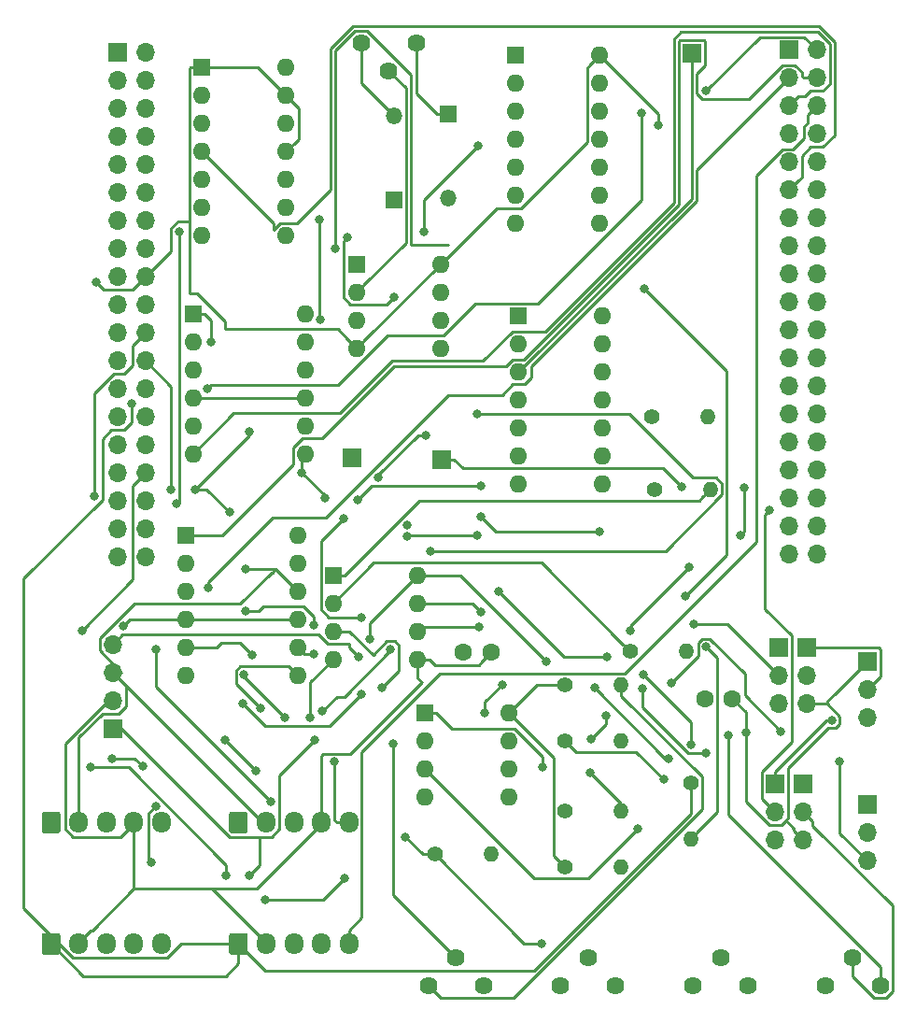
<source format=gbr>
G04 #@! TF.GenerationSoftware,KiCad,Pcbnew,5.0.1*
G04 #@! TF.CreationDate,2019-02-26T15:52:31-05:00*
G04 #@! TF.ProjectId,pongPCB,706F6E675043422E6B696361645F7063,rev?*
G04 #@! TF.SameCoordinates,Original*
G04 #@! TF.FileFunction,Copper,L1,Top,Signal*
G04 #@! TF.FilePolarity,Positive*
%FSLAX46Y46*%
G04 Gerber Fmt 4.6, Leading zero omitted, Abs format (unit mm)*
G04 Created by KiCad (PCBNEW 5.0.1) date Tue 26 Feb 2019 03:52:31 PM EST*
%MOMM*%
%LPD*%
G01*
G04 APERTURE LIST*
G04 #@! TA.AperFunction,ComponentPad*
%ADD10C,1.600000*%
G04 #@! TD*
G04 #@! TA.AperFunction,ComponentPad*
%ADD11O,1.400000X1.400000*%
G04 #@! TD*
G04 #@! TA.AperFunction,ComponentPad*
%ADD12C,1.400000*%
G04 #@! TD*
G04 #@! TA.AperFunction,ComponentPad*
%ADD13C,1.620000*%
G04 #@! TD*
G04 #@! TA.AperFunction,ComponentPad*
%ADD14R,1.600000X1.600000*%
G04 #@! TD*
G04 #@! TA.AperFunction,ComponentPad*
%ADD15O,1.600000X1.600000*%
G04 #@! TD*
G04 #@! TA.AperFunction,ComponentPad*
%ADD16R,1.500000X1.500000*%
G04 #@! TD*
G04 #@! TA.AperFunction,ComponentPad*
%ADD17O,1.500000X1.500000*%
G04 #@! TD*
G04 #@! TA.AperFunction,ComponentPad*
%ADD18R,1.700000X1.700000*%
G04 #@! TD*
G04 #@! TA.AperFunction,ComponentPad*
%ADD19O,1.700000X1.700000*%
G04 #@! TD*
G04 #@! TA.AperFunction,ComponentPad*
%ADD20O,1.700000X1.950000*%
G04 #@! TD*
G04 #@! TA.AperFunction,Conductor*
%ADD21C,0.100000*%
G04 #@! TD*
G04 #@! TA.AperFunction,ComponentPad*
%ADD22C,1.700000*%
G04 #@! TD*
G04 #@! TA.AperFunction,ViaPad*
%ADD23C,0.800000*%
G04 #@! TD*
G04 #@! TA.AperFunction,Conductor*
%ADD24C,0.250000*%
G04 #@! TD*
G04 APERTURE END LIST*
D10*
G04 #@! TO.P,C1,1*
G04 #@! TO.N,Net-(C1-Pad1)*
X161090000Y-118090000D03*
G04 #@! TO.P,C1,2*
G04 #@! TO.N,GND*
X163590000Y-118090000D03*
G04 #@! TD*
G04 #@! TO.P,C2,2*
G04 #@! TO.N,GND*
X141700000Y-113900000D03*
G04 #@! TO.P,C2,1*
G04 #@! TO.N,Net-(C2-Pad1)*
X139200000Y-113900000D03*
G04 #@! TD*
D11*
G04 #@! TO.P,R1,2*
G04 #@! TO.N,Net-(R1-Pad2)*
X141680000Y-132200000D03*
D12*
G04 #@! TO.P,R1,1*
G04 #@! TO.N,Net-(R1-Pad1)*
X136600000Y-132200000D03*
G04 #@! TD*
D11*
G04 #@! TO.P,R2,2*
G04 #@! TO.N,Net-(R2-Pad2)*
X159380000Y-113800000D03*
D12*
G04 #@! TO.P,R2,1*
G04 #@! TO.N,Net-(R2-Pad1)*
X154300000Y-113800000D03*
G04 #@! TD*
G04 #@! TO.P,R3,1*
G04 #@! TO.N,+15V*
X148390000Y-133330000D03*
D11*
G04 #@! TO.P,R3,2*
G04 #@! TO.N,Net-(R3-Pad2)*
X153470000Y-133330000D03*
G04 #@! TD*
G04 #@! TO.P,R4,2*
G04 #@! TO.N,Net-(R4-Pad2)*
X153470000Y-128250000D03*
D12*
G04 #@! TO.P,R4,1*
G04 #@! TO.N,Net-(R4-Pad1)*
X148390000Y-128250000D03*
G04 #@! TD*
G04 #@! TO.P,R5,1*
G04 #@! TO.N,+15V*
X148390000Y-116820000D03*
D11*
G04 #@! TO.P,R5,2*
G04 #@! TO.N,Net-(R5-Pad2)*
X153470000Y-116820000D03*
G04 #@! TD*
D12*
G04 #@! TO.P,R6,1*
G04 #@! TO.N,Net-(R6-Pad1)*
X156500000Y-99100000D03*
D11*
G04 #@! TO.P,R6,2*
G04 #@! TO.N,Net-(R6-Pad2)*
X161580000Y-99100000D03*
G04 #@! TD*
G04 #@! TO.P,R7,2*
G04 #@! TO.N,Net-(R4-Pad1)*
X153470000Y-121900000D03*
D12*
G04 #@! TO.P,R7,1*
G04 #@! TO.N,Net-(J1-Pad3)*
X148390000Y-121900000D03*
G04 #@! TD*
G04 #@! TO.P,R8,1*
G04 #@! TO.N,Net-(J2-Pad3)*
X156300000Y-92500000D03*
D11*
G04 #@! TO.P,R8,2*
G04 #@! TO.N,Net-(R6-Pad1)*
X161380000Y-92500000D03*
G04 #@! TD*
D12*
G04 #@! TO.P,R9,1*
G04 #@! TO.N,+5V*
X159800000Y-125700000D03*
D11*
G04 #@! TO.P,R9,2*
G04 #@! TO.N,Net-(D1-Pad2)*
X159800000Y-130780000D03*
G04 #@! TD*
D13*
G04 #@! TO.P,RV1,3*
G04 #@! TO.N,GND*
X165000000Y-144100000D03*
G04 #@! TO.P,RV1,2*
G04 #@! TO.N,Net-(RV1-Pad2)*
X162500000Y-141600000D03*
G04 #@! TO.P,RV1,1*
G04 #@! TO.N,Net-(R3-Pad2)*
X160000000Y-144100000D03*
G04 #@! TD*
G04 #@! TO.P,RV2,3*
G04 #@! TO.N,GND*
X141000000Y-144100000D03*
G04 #@! TO.P,RV2,2*
G04 #@! TO.N,Net-(RV2-Pad2)*
X138500000Y-141600000D03*
G04 #@! TO.P,RV2,1*
G04 #@! TO.N,Net-(R5-Pad2)*
X136000000Y-144100000D03*
G04 #@! TD*
G04 #@! TO.P,RV3,1*
G04 #@! TO.N,Net-(RV3-Pad1)*
X148000000Y-144100000D03*
G04 #@! TO.P,RV3,2*
G04 #@! TO.N,Net-(R4-Pad2)*
X150500000Y-141600000D03*
G04 #@! TO.P,RV3,3*
G04 #@! TO.N,Net-(R1-Pad1)*
X153000000Y-144100000D03*
G04 #@! TD*
G04 #@! TO.P,RV4,3*
G04 #@! TO.N,Net-(R2-Pad1)*
X177000000Y-144100000D03*
G04 #@! TO.P,RV4,2*
G04 #@! TO.N,Net-(R6-Pad2)*
X174500000Y-141600000D03*
G04 #@! TO.P,RV4,1*
G04 #@! TO.N,Net-(RV4-Pad1)*
X172000000Y-144100000D03*
G04 #@! TD*
G04 #@! TO.P,RV5,1*
G04 #@! TO.N,Net-(D1-Pad1)*
X134900000Y-58700000D03*
G04 #@! TO.P,RV5,2*
G04 #@! TO.N,Net-(C2-Pad1)*
X132400000Y-61200000D03*
G04 #@! TO.P,RV5,3*
G04 #@! TO.N,Net-(D2-Pad2)*
X129900000Y-58700000D03*
G04 #@! TD*
D14*
G04 #@! TO.P,U1,1*
G04 #@! TO.N,+5V*
X115500000Y-60900000D03*
D15*
G04 #@! TO.P,U1,8*
G04 #@! TO.N,/LATCH*
X123120000Y-76140000D03*
G04 #@! TO.P,U1,2*
G04 #@! TO.N,Net-(U1-Pad2)*
X115500000Y-63440000D03*
G04 #@! TO.P,U1,9*
G04 #@! TO.N,Net-(U1-Pad9)*
X123120000Y-73600000D03*
G04 #@! TO.P,U1,3*
G04 #@! TO.N,Net-(CN10-Pad17)*
X115500000Y-65980000D03*
G04 #@! TO.P,U1,10*
G04 #@! TO.N,Net-(J6-Pad1)*
X123120000Y-71060000D03*
G04 #@! TO.P,U1,4*
G04 #@! TO.N,Net-(CN10-Pad11)*
X115500000Y-68520000D03*
G04 #@! TO.P,U1,11*
G04 #@! TO.N,+5V*
X123120000Y-68520000D03*
G04 #@! TO.P,U1,5*
G04 #@! TO.N,Net-(CN10-Pad15)*
X115500000Y-71060000D03*
G04 #@! TO.P,U1,12*
G04 #@! TO.N,GND*
X123120000Y-65980000D03*
G04 #@! TO.P,U1,6*
G04 #@! TO.N,Net-(U1-Pad6)*
X115500000Y-73600000D03*
G04 #@! TO.P,U1,13*
G04 #@! TO.N,+5V*
X123120000Y-63440000D03*
G04 #@! TO.P,U1,7*
G04 #@! TO.N,Net-(U1-Pad7)*
X115500000Y-76140000D03*
G04 #@! TO.P,U1,14*
G04 #@! TO.N,Net-(J3-Pad1)*
X123120000Y-60900000D03*
G04 #@! TD*
D14*
G04 #@! TO.P,U2,1*
G04 #@! TO.N,Net-(R4-Pad2)*
X135690000Y-119360000D03*
D15*
G04 #@! TO.P,U2,5*
G04 #@! TO.N,GND*
X143310000Y-126980000D03*
G04 #@! TO.P,U2,2*
G04 #@! TO.N,Net-(R1-Pad1)*
X135690000Y-121900000D03*
G04 #@! TO.P,U2,6*
G04 #@! TO.N,Net-(R4-Pad1)*
X143310000Y-124440000D03*
G04 #@! TO.P,U2,3*
G04 #@! TO.N,Net-(RV1-Pad2)*
X135690000Y-124440000D03*
G04 #@! TO.P,U2,7*
G04 #@! TO.N,Net-(J1-Pad3)*
X143310000Y-121900000D03*
G04 #@! TO.P,U2,4*
G04 #@! TO.N,-15V*
X135690000Y-126980000D03*
G04 #@! TO.P,U2,8*
G04 #@! TO.N,+15V*
X143310000Y-119360000D03*
G04 #@! TD*
D14*
G04 #@! TO.P,U5,1*
G04 #@! TO.N,Net-(R6-Pad2)*
X127400000Y-106900000D03*
D15*
G04 #@! TO.P,U5,5*
G04 #@! TO.N,GND*
X135020000Y-114520000D03*
G04 #@! TO.P,U5,2*
G04 #@! TO.N,Net-(R2-Pad1)*
X127400000Y-109440000D03*
G04 #@! TO.P,U5,6*
G04 #@! TO.N,Net-(R6-Pad1)*
X135020000Y-111980000D03*
G04 #@! TO.P,U5,3*
G04 #@! TO.N,Net-(RV2-Pad2)*
X127400000Y-111980000D03*
G04 #@! TO.P,U5,7*
G04 #@! TO.N,Net-(J2-Pad3)*
X135020000Y-109440000D03*
G04 #@! TO.P,U5,4*
G04 #@! TO.N,-15V*
X127400000Y-114520000D03*
G04 #@! TO.P,U5,8*
G04 #@! TO.N,+15V*
X135020000Y-106900000D03*
G04 #@! TD*
G04 #@! TO.P,U6,8*
G04 #@! TO.N,+5V*
X137120000Y-78700000D03*
G04 #@! TO.P,U6,4*
X129500000Y-86320000D03*
G04 #@! TO.P,U6,7*
G04 #@! TO.N,Net-(D1-Pad2)*
X137120000Y-81240000D03*
G04 #@! TO.P,U6,3*
G04 #@! TO.N,Net-(U6-Pad3)*
X129500000Y-83780000D03*
G04 #@! TO.P,U6,6*
G04 #@! TO.N,Net-(C2-Pad1)*
X137120000Y-83780000D03*
G04 #@! TO.P,U6,2*
X129500000Y-81240000D03*
G04 #@! TO.P,U6,5*
G04 #@! TO.N,Net-(C1-Pad1)*
X137120000Y-86320000D03*
D14*
G04 #@! TO.P,U6,1*
G04 #@! TO.N,GND*
X129500000Y-78700000D03*
G04 #@! TD*
D16*
G04 #@! TO.P,D1,1*
G04 #@! TO.N,Net-(D1-Pad1)*
X137800000Y-65100000D03*
D17*
G04 #@! TO.P,D1,2*
G04 #@! TO.N,Net-(D1-Pad2)*
X137800000Y-72720000D03*
G04 #@! TD*
G04 #@! TO.P,D2,2*
G04 #@! TO.N,Net-(D2-Pad2)*
X132900000Y-65280000D03*
D16*
G04 #@! TO.P,D2,1*
G04 #@! TO.N,Net-(D1-Pad2)*
X132900000Y-72900000D03*
G04 #@! TD*
D18*
G04 #@! TO.P,CN7,1*
G04 #@! TO.N,Net-(CN7-Pad1)*
X107840000Y-59550000D03*
D19*
G04 #@! TO.P,CN7,2*
G04 #@! TO.N,Net-(CN7-Pad2)*
X110380000Y-59550000D03*
G04 #@! TO.P,CN7,3*
G04 #@! TO.N,Net-(CN7-Pad3)*
X107840000Y-62090000D03*
G04 #@! TO.P,CN7,4*
G04 #@! TO.N,Net-(CN7-Pad4)*
X110380000Y-62090000D03*
G04 #@! TO.P,CN7,5*
G04 #@! TO.N,Net-(CN7-Pad5)*
X107840000Y-64630000D03*
G04 #@! TO.P,CN7,6*
G04 #@! TO.N,Net-(CN7-Pad6)*
X110380000Y-64630000D03*
G04 #@! TO.P,CN7,7*
G04 #@! TO.N,Net-(CN7-Pad7)*
X107840000Y-67170000D03*
G04 #@! TO.P,CN7,8*
G04 #@! TO.N,Net-(CN7-Pad8)*
X110380000Y-67170000D03*
G04 #@! TO.P,CN7,9*
G04 #@! TO.N,Net-(CN7-Pad9)*
X107840000Y-69710000D03*
G04 #@! TO.P,CN7,10*
G04 #@! TO.N,Net-(CN7-Pad10)*
X110380000Y-69710000D03*
G04 #@! TO.P,CN7,11*
G04 #@! TO.N,Net-(CN7-Pad11)*
X107840000Y-72250000D03*
G04 #@! TO.P,CN7,12*
G04 #@! TO.N,Net-(CN7-Pad12)*
X110380000Y-72250000D03*
G04 #@! TO.P,CN7,13*
G04 #@! TO.N,Net-(CN7-Pad13)*
X107840000Y-74790000D03*
G04 #@! TO.P,CN7,14*
G04 #@! TO.N,Net-(CN7-Pad14)*
X110380000Y-74790000D03*
G04 #@! TO.P,CN7,15*
G04 #@! TO.N,Net-(CN7-Pad15)*
X107840000Y-77330000D03*
G04 #@! TO.P,CN7,16*
G04 #@! TO.N,+3V3*
X110380000Y-77330000D03*
G04 #@! TO.P,CN7,17*
G04 #@! TO.N,Net-(CN7-Pad17)*
X107840000Y-79870000D03*
G04 #@! TO.P,CN7,18*
G04 #@! TO.N,+5V*
X110380000Y-79870000D03*
G04 #@! TO.P,CN7,19*
G04 #@! TO.N,Net-(CN7-Pad19)*
X107840000Y-82410000D03*
G04 #@! TO.P,CN7,20*
G04 #@! TO.N,Net-(CN7-Pad20)*
X110380000Y-82410000D03*
G04 #@! TO.P,CN7,21*
G04 #@! TO.N,Net-(CN7-Pad21)*
X107840000Y-84950000D03*
G04 #@! TO.P,CN7,22*
G04 #@! TO.N,GND*
X110380000Y-84950000D03*
G04 #@! TO.P,CN7,23*
G04 #@! TO.N,Net-(CN7-Pad23)*
X107840000Y-87490000D03*
G04 #@! TO.P,CN7,24*
G04 #@! TO.N,+12V*
X110380000Y-87490000D03*
G04 #@! TO.P,CN7,25*
G04 #@! TO.N,Net-(CN7-Pad25)*
X107840000Y-90030000D03*
G04 #@! TO.P,CN7,26*
G04 #@! TO.N,Net-(CN7-Pad26)*
X110380000Y-90030000D03*
G04 #@! TO.P,CN7,27*
G04 #@! TO.N,Net-(CN7-Pad27)*
X107840000Y-92570000D03*
G04 #@! TO.P,CN7,28*
G04 #@! TO.N,/JOY1X*
X110380000Y-92570000D03*
G04 #@! TO.P,CN7,29*
G04 #@! TO.N,Net-(CN7-Pad29)*
X107840000Y-95110000D03*
G04 #@! TO.P,CN7,30*
G04 #@! TO.N,/JOY1Y*
X110380000Y-95110000D03*
G04 #@! TO.P,CN7,31*
G04 #@! TO.N,Net-(CN7-Pad31)*
X107840000Y-97650000D03*
G04 #@! TO.P,CN7,32*
G04 #@! TO.N,/JOY2X*
X110380000Y-97650000D03*
G04 #@! TO.P,CN7,33*
G04 #@! TO.N,Net-(CN7-Pad33)*
X107840000Y-100190000D03*
G04 #@! TO.P,CN7,34*
G04 #@! TO.N,/JOY2Y*
X110380000Y-100190000D03*
G04 #@! TO.P,CN7,35*
G04 #@! TO.N,Net-(CN7-Pad35)*
X107840000Y-102730000D03*
G04 #@! TO.P,CN7,36*
G04 #@! TO.N,Net-(CN7-Pad36)*
X110380000Y-102730000D03*
G04 #@! TO.P,CN7,37*
G04 #@! TO.N,Net-(CN7-Pad37)*
X107840000Y-105270000D03*
G04 #@! TO.P,CN7,38*
G04 #@! TO.N,/LASER_TOGGLE*
X110380000Y-105270000D03*
G04 #@! TD*
G04 #@! TO.P,CN10,38*
G04 #@! TO.N,Net-(CN10-Pad38)*
X171240000Y-105020000D03*
G04 #@! TO.P,CN10,37*
G04 #@! TO.N,Net-(CN10-Pad37)*
X168700000Y-105020000D03*
G04 #@! TO.P,CN10,36*
G04 #@! TO.N,Net-(CN10-Pad36)*
X171240000Y-102480000D03*
G04 #@! TO.P,CN10,35*
G04 #@! TO.N,Net-(CN10-Pad35)*
X168700000Y-102480000D03*
G04 #@! TO.P,CN10,34*
G04 #@! TO.N,/JOY1BUTTON*
X171240000Y-99940000D03*
G04 #@! TO.P,CN10,33*
G04 #@! TO.N,Net-(CN10-Pad33)*
X168700000Y-99940000D03*
G04 #@! TO.P,CN10,32*
G04 #@! TO.N,Net-(CN10-Pad32)*
X171240000Y-97400000D03*
G04 #@! TO.P,CN10,31*
G04 #@! TO.N,Net-(CN10-Pad31)*
X168700000Y-97400000D03*
G04 #@! TO.P,CN10,30*
G04 #@! TO.N,Net-(CN10-Pad30)*
X171240000Y-94860000D03*
G04 #@! TO.P,CN10,29*
G04 #@! TO.N,Net-(CN10-Pad29)*
X168700000Y-94860000D03*
G04 #@! TO.P,CN10,28*
G04 #@! TO.N,Net-(CN10-Pad28)*
X171240000Y-92320000D03*
G04 #@! TO.P,CN10,27*
G04 #@! TO.N,Net-(CN10-Pad27)*
X168700000Y-92320000D03*
G04 #@! TO.P,CN10,26*
G04 #@! TO.N,Net-(CN10-Pad26)*
X171240000Y-89780000D03*
G04 #@! TO.P,CN10,25*
G04 #@! TO.N,Net-(CN10-Pad25)*
X168700000Y-89780000D03*
G04 #@! TO.P,CN10,24*
G04 #@! TO.N,Net-(CN10-Pad24)*
X171240000Y-87240000D03*
G04 #@! TO.P,CN10,23*
G04 #@! TO.N,Net-(CN10-Pad23)*
X168700000Y-87240000D03*
G04 #@! TO.P,CN10,22*
G04 #@! TO.N,/LATCH*
X171240000Y-84700000D03*
G04 #@! TO.P,CN10,21*
G04 #@! TO.N,Net-(CN10-Pad21)*
X168700000Y-84700000D03*
G04 #@! TO.P,CN10,20*
G04 #@! TO.N,Net-(CN10-Pad20)*
X171240000Y-82160000D03*
G04 #@! TO.P,CN10,19*
G04 #@! TO.N,/CLK1*
X168700000Y-82160000D03*
G04 #@! TO.P,CN10,18*
G04 #@! TO.N,Net-(CN10-Pad18)*
X171240000Y-79620000D03*
G04 #@! TO.P,CN10,17*
G04 #@! TO.N,Net-(CN10-Pad17)*
X168700000Y-79620000D03*
G04 #@! TO.P,CN10,16*
G04 #@! TO.N,Net-(CN10-Pad16)*
X171240000Y-77080000D03*
G04 #@! TO.P,CN10,15*
G04 #@! TO.N,Net-(CN10-Pad15)*
X168700000Y-77080000D03*
G04 #@! TO.P,CN10,14*
G04 #@! TO.N,Net-(CN10-Pad14)*
X171240000Y-74540000D03*
G04 #@! TO.P,CN10,13*
G04 #@! TO.N,Net-(CN10-Pad13)*
X168700000Y-74540000D03*
G04 #@! TO.P,CN10,12*
G04 #@! TO.N,Net-(CN10-Pad12)*
X171240000Y-72000000D03*
G04 #@! TO.P,CN10,11*
G04 #@! TO.N,Net-(CN10-Pad11)*
X168700000Y-72000000D03*
G04 #@! TO.P,CN10,10*
G04 #@! TO.N,Net-(CN10-Pad10)*
X171240000Y-69460000D03*
G04 #@! TO.P,CN10,9*
G04 #@! TO.N,Net-(CN10-Pad9)*
X168700000Y-69460000D03*
G04 #@! TO.P,CN10,8*
G04 #@! TO.N,Net-(CN10-Pad8)*
X171240000Y-66920000D03*
G04 #@! TO.P,CN10,7*
G04 #@! TO.N,+5V*
X168700000Y-66920000D03*
G04 #@! TO.P,CN10,6*
G04 #@! TO.N,/JOY2BUTTON*
X171240000Y-64380000D03*
G04 #@! TO.P,CN10,5*
G04 #@! TO.N,/BUTTON2*
X168700000Y-64380000D03*
G04 #@! TO.P,CN10,4*
G04 #@! TO.N,/DT1*
X171240000Y-61840000D03*
G04 #@! TO.P,CN10,3*
G04 #@! TO.N,/BUTTON1*
X168700000Y-61840000D03*
G04 #@! TO.P,CN10,2*
G04 #@! TO.N,/DT2*
X171240000Y-59300000D03*
D18*
G04 #@! TO.P,CN10,1*
G04 #@! TO.N,/CLK2*
X168700000Y-59300000D03*
G04 #@! TD*
G04 #@! TO.P,J1,1*
G04 #@! TO.N,GND*
X175800000Y-114700000D03*
D19*
G04 #@! TO.P,J1,2*
G04 #@! TO.N,Net-(J1-Pad2)*
X175800000Y-117240000D03*
G04 #@! TO.P,J1,3*
G04 #@! TO.N,Net-(J1-Pad3)*
X175800000Y-119780000D03*
G04 #@! TD*
G04 #@! TO.P,J2,3*
G04 #@! TO.N,Net-(J2-Pad3)*
X175800000Y-132780000D03*
G04 #@! TO.P,J2,2*
G04 #@! TO.N,Net-(J2-Pad2)*
X175800000Y-130240000D03*
D18*
G04 #@! TO.P,J2,1*
G04 #@! TO.N,GND*
X175800000Y-127700000D03*
G04 #@! TD*
G04 #@! TO.P,J3,1*
G04 #@! TO.N,Net-(J3-Pad1)*
X129080000Y-96250000D03*
G04 #@! TD*
G04 #@! TO.P,J6,1*
G04 #@! TO.N,Net-(J6-Pad1)*
X137200000Y-96400000D03*
G04 #@! TD*
G04 #@! TO.P,J7,1*
G04 #@! TO.N,Net-(J7-Pad1)*
X159900000Y-59600000D03*
G04 #@! TD*
D20*
G04 #@! TO.P,Joy1,5*
G04 #@! TO.N,/JOY1BUTTON*
X111800000Y-140300000D03*
G04 #@! TO.P,Joy1,4*
G04 #@! TO.N,/JOY1Y*
X109300000Y-140300000D03*
G04 #@! TO.P,Joy1,3*
G04 #@! TO.N,/JOY1X*
X106800000Y-140300000D03*
G04 #@! TO.P,Joy1,2*
G04 #@! TO.N,GND*
X104300000Y-140300000D03*
D21*
G04 #@! TD*
G04 #@! TO.N,+5V*
G04 #@! TO.C,Joy1*
G36*
X102424504Y-139326204D02*
X102448773Y-139329804D01*
X102472571Y-139335765D01*
X102495671Y-139344030D01*
X102517849Y-139354520D01*
X102538893Y-139367133D01*
X102558598Y-139381747D01*
X102576777Y-139398223D01*
X102593253Y-139416402D01*
X102607867Y-139436107D01*
X102620480Y-139457151D01*
X102630970Y-139479329D01*
X102639235Y-139502429D01*
X102645196Y-139526227D01*
X102648796Y-139550496D01*
X102650000Y-139575000D01*
X102650000Y-141025000D01*
X102648796Y-141049504D01*
X102645196Y-141073773D01*
X102639235Y-141097571D01*
X102630970Y-141120671D01*
X102620480Y-141142849D01*
X102607867Y-141163893D01*
X102593253Y-141183598D01*
X102576777Y-141201777D01*
X102558598Y-141218253D01*
X102538893Y-141232867D01*
X102517849Y-141245480D01*
X102495671Y-141255970D01*
X102472571Y-141264235D01*
X102448773Y-141270196D01*
X102424504Y-141273796D01*
X102400000Y-141275000D01*
X101200000Y-141275000D01*
X101175496Y-141273796D01*
X101151227Y-141270196D01*
X101127429Y-141264235D01*
X101104329Y-141255970D01*
X101082151Y-141245480D01*
X101061107Y-141232867D01*
X101041402Y-141218253D01*
X101023223Y-141201777D01*
X101006747Y-141183598D01*
X100992133Y-141163893D01*
X100979520Y-141142849D01*
X100969030Y-141120671D01*
X100960765Y-141097571D01*
X100954804Y-141073773D01*
X100951204Y-141049504D01*
X100950000Y-141025000D01*
X100950000Y-139575000D01*
X100951204Y-139550496D01*
X100954804Y-139526227D01*
X100960765Y-139502429D01*
X100969030Y-139479329D01*
X100979520Y-139457151D01*
X100992133Y-139436107D01*
X101006747Y-139416402D01*
X101023223Y-139398223D01*
X101041402Y-139381747D01*
X101061107Y-139367133D01*
X101082151Y-139354520D01*
X101104329Y-139344030D01*
X101127429Y-139335765D01*
X101151227Y-139329804D01*
X101175496Y-139326204D01*
X101200000Y-139325000D01*
X102400000Y-139325000D01*
X102424504Y-139326204D01*
X102424504Y-139326204D01*
G37*
D22*
G04 #@! TO.P,Joy1,1*
G04 #@! TO.N,+5V*
X101800000Y-140300000D03*
G04 #@! TD*
D21*
G04 #@! TO.N,+5V*
G04 #@! TO.C,Joy2*
G36*
X119424504Y-139326204D02*
X119448773Y-139329804D01*
X119472571Y-139335765D01*
X119495671Y-139344030D01*
X119517849Y-139354520D01*
X119538893Y-139367133D01*
X119558598Y-139381747D01*
X119576777Y-139398223D01*
X119593253Y-139416402D01*
X119607867Y-139436107D01*
X119620480Y-139457151D01*
X119630970Y-139479329D01*
X119639235Y-139502429D01*
X119645196Y-139526227D01*
X119648796Y-139550496D01*
X119650000Y-139575000D01*
X119650000Y-141025000D01*
X119648796Y-141049504D01*
X119645196Y-141073773D01*
X119639235Y-141097571D01*
X119630970Y-141120671D01*
X119620480Y-141142849D01*
X119607867Y-141163893D01*
X119593253Y-141183598D01*
X119576777Y-141201777D01*
X119558598Y-141218253D01*
X119538893Y-141232867D01*
X119517849Y-141245480D01*
X119495671Y-141255970D01*
X119472571Y-141264235D01*
X119448773Y-141270196D01*
X119424504Y-141273796D01*
X119400000Y-141275000D01*
X118200000Y-141275000D01*
X118175496Y-141273796D01*
X118151227Y-141270196D01*
X118127429Y-141264235D01*
X118104329Y-141255970D01*
X118082151Y-141245480D01*
X118061107Y-141232867D01*
X118041402Y-141218253D01*
X118023223Y-141201777D01*
X118006747Y-141183598D01*
X117992133Y-141163893D01*
X117979520Y-141142849D01*
X117969030Y-141120671D01*
X117960765Y-141097571D01*
X117954804Y-141073773D01*
X117951204Y-141049504D01*
X117950000Y-141025000D01*
X117950000Y-139575000D01*
X117951204Y-139550496D01*
X117954804Y-139526227D01*
X117960765Y-139502429D01*
X117969030Y-139479329D01*
X117979520Y-139457151D01*
X117992133Y-139436107D01*
X118006747Y-139416402D01*
X118023223Y-139398223D01*
X118041402Y-139381747D01*
X118061107Y-139367133D01*
X118082151Y-139354520D01*
X118104329Y-139344030D01*
X118127429Y-139335765D01*
X118151227Y-139329804D01*
X118175496Y-139326204D01*
X118200000Y-139325000D01*
X119400000Y-139325000D01*
X119424504Y-139326204D01*
X119424504Y-139326204D01*
G37*
D22*
G04 #@! TD*
G04 #@! TO.P,Joy2,1*
G04 #@! TO.N,+5V*
X118800000Y-140300000D03*
D20*
G04 #@! TO.P,Joy2,2*
G04 #@! TO.N,GND*
X121300000Y-140300000D03*
G04 #@! TO.P,Joy2,3*
G04 #@! TO.N,/JOY2X*
X123800000Y-140300000D03*
G04 #@! TO.P,Joy2,4*
G04 #@! TO.N,/JOY2Y*
X126300000Y-140300000D03*
G04 #@! TO.P,Joy2,5*
G04 #@! TO.N,/JOY2BUTTON*
X128800000Y-140300000D03*
G04 #@! TD*
D21*
G04 #@! TO.N,Net-(Rotary1-Pad1)*
G04 #@! TO.C,Rotary1*
G36*
X102424504Y-128326204D02*
X102448773Y-128329804D01*
X102472571Y-128335765D01*
X102495671Y-128344030D01*
X102517849Y-128354520D01*
X102538893Y-128367133D01*
X102558598Y-128381747D01*
X102576777Y-128398223D01*
X102593253Y-128416402D01*
X102607867Y-128436107D01*
X102620480Y-128457151D01*
X102630970Y-128479329D01*
X102639235Y-128502429D01*
X102645196Y-128526227D01*
X102648796Y-128550496D01*
X102650000Y-128575000D01*
X102650000Y-130025000D01*
X102648796Y-130049504D01*
X102645196Y-130073773D01*
X102639235Y-130097571D01*
X102630970Y-130120671D01*
X102620480Y-130142849D01*
X102607867Y-130163893D01*
X102593253Y-130183598D01*
X102576777Y-130201777D01*
X102558598Y-130218253D01*
X102538893Y-130232867D01*
X102517849Y-130245480D01*
X102495671Y-130255970D01*
X102472571Y-130264235D01*
X102448773Y-130270196D01*
X102424504Y-130273796D01*
X102400000Y-130275000D01*
X101200000Y-130275000D01*
X101175496Y-130273796D01*
X101151227Y-130270196D01*
X101127429Y-130264235D01*
X101104329Y-130255970D01*
X101082151Y-130245480D01*
X101061107Y-130232867D01*
X101041402Y-130218253D01*
X101023223Y-130201777D01*
X101006747Y-130183598D01*
X100992133Y-130163893D01*
X100979520Y-130142849D01*
X100969030Y-130120671D01*
X100960765Y-130097571D01*
X100954804Y-130073773D01*
X100951204Y-130049504D01*
X100950000Y-130025000D01*
X100950000Y-128575000D01*
X100951204Y-128550496D01*
X100954804Y-128526227D01*
X100960765Y-128502429D01*
X100969030Y-128479329D01*
X100979520Y-128457151D01*
X100992133Y-128436107D01*
X101006747Y-128416402D01*
X101023223Y-128398223D01*
X101041402Y-128381747D01*
X101061107Y-128367133D01*
X101082151Y-128354520D01*
X101104329Y-128344030D01*
X101127429Y-128335765D01*
X101151227Y-128329804D01*
X101175496Y-128326204D01*
X101200000Y-128325000D01*
X102400000Y-128325000D01*
X102424504Y-128326204D01*
X102424504Y-128326204D01*
G37*
D22*
G04 #@! TD*
G04 #@! TO.P,Rotary1,1*
G04 #@! TO.N,Net-(Rotary1-Pad1)*
X101800000Y-129300000D03*
D20*
G04 #@! TO.P,Rotary1,2*
G04 #@! TO.N,+12V*
X104300000Y-129300000D03*
G04 #@! TO.P,Rotary1,3*
G04 #@! TO.N,Net-(Rotary1-Pad3)*
X106800000Y-129300000D03*
G04 #@! TO.P,Rotary1,4*
G04 #@! TO.N,GND*
X109300000Y-129300000D03*
G04 #@! TO.P,Rotary1,5*
G04 #@! TO.N,Net-(Rotary1-Pad5)*
X111800000Y-129300000D03*
G04 #@! TD*
G04 #@! TO.P,Rotary2,5*
G04 #@! TO.N,Net-(Rotary2-Pad5)*
X128800000Y-129300000D03*
G04 #@! TO.P,Rotary2,4*
G04 #@! TO.N,GND*
X126300000Y-129300000D03*
G04 #@! TO.P,Rotary2,3*
G04 #@! TO.N,Net-(Rotary2-Pad3)*
X123800000Y-129300000D03*
G04 #@! TO.P,Rotary2,2*
G04 #@! TO.N,+12V*
X121300000Y-129300000D03*
D21*
G04 #@! TD*
G04 #@! TO.N,Net-(Rotary2-Pad1)*
G04 #@! TO.C,Rotary2*
G36*
X119424504Y-128326204D02*
X119448773Y-128329804D01*
X119472571Y-128335765D01*
X119495671Y-128344030D01*
X119517849Y-128354520D01*
X119538893Y-128367133D01*
X119558598Y-128381747D01*
X119576777Y-128398223D01*
X119593253Y-128416402D01*
X119607867Y-128436107D01*
X119620480Y-128457151D01*
X119630970Y-128479329D01*
X119639235Y-128502429D01*
X119645196Y-128526227D01*
X119648796Y-128550496D01*
X119650000Y-128575000D01*
X119650000Y-130025000D01*
X119648796Y-130049504D01*
X119645196Y-130073773D01*
X119639235Y-130097571D01*
X119630970Y-130120671D01*
X119620480Y-130142849D01*
X119607867Y-130163893D01*
X119593253Y-130183598D01*
X119576777Y-130201777D01*
X119558598Y-130218253D01*
X119538893Y-130232867D01*
X119517849Y-130245480D01*
X119495671Y-130255970D01*
X119472571Y-130264235D01*
X119448773Y-130270196D01*
X119424504Y-130273796D01*
X119400000Y-130275000D01*
X118200000Y-130275000D01*
X118175496Y-130273796D01*
X118151227Y-130270196D01*
X118127429Y-130264235D01*
X118104329Y-130255970D01*
X118082151Y-130245480D01*
X118061107Y-130232867D01*
X118041402Y-130218253D01*
X118023223Y-130201777D01*
X118006747Y-130183598D01*
X117992133Y-130163893D01*
X117979520Y-130142849D01*
X117969030Y-130120671D01*
X117960765Y-130097571D01*
X117954804Y-130073773D01*
X117951204Y-130049504D01*
X117950000Y-130025000D01*
X117950000Y-128575000D01*
X117951204Y-128550496D01*
X117954804Y-128526227D01*
X117960765Y-128502429D01*
X117969030Y-128479329D01*
X117979520Y-128457151D01*
X117992133Y-128436107D01*
X118006747Y-128416402D01*
X118023223Y-128398223D01*
X118041402Y-128381747D01*
X118061107Y-128367133D01*
X118082151Y-128354520D01*
X118104329Y-128344030D01*
X118127429Y-128335765D01*
X118151227Y-128329804D01*
X118175496Y-128326204D01*
X118200000Y-128325000D01*
X119400000Y-128325000D01*
X119424504Y-128326204D01*
X119424504Y-128326204D01*
G37*
D22*
G04 #@! TO.P,Rotary2,1*
G04 #@! TO.N,Net-(Rotary2-Pad1)*
X118800000Y-129300000D03*
G04 #@! TD*
D14*
G04 #@! TO.P,U8,1*
G04 #@! TO.N,/LASER_TOGGLE*
X144200000Y-83400000D03*
D15*
G04 #@! TO.P,U8,8*
G04 #@! TO.N,N/C*
X151820000Y-98640000D03*
G04 #@! TO.P,U8,2*
G04 #@! TO.N,Net-(U6-Pad3)*
X144200000Y-85940000D03*
G04 #@! TO.P,U8,9*
G04 #@! TO.N,N/C*
X151820000Y-96100000D03*
G04 #@! TO.P,U8,3*
G04 #@! TO.N,Net-(J7-Pad1)*
X144200000Y-88480000D03*
G04 #@! TO.P,U8,10*
G04 #@! TO.N,N/C*
X151820000Y-93560000D03*
G04 #@! TO.P,U8,4*
X144200000Y-91020000D03*
G04 #@! TO.P,U8,11*
X151820000Y-91020000D03*
G04 #@! TO.P,U8,5*
X144200000Y-93560000D03*
G04 #@! TO.P,U8,12*
X151820000Y-88480000D03*
G04 #@! TO.P,U8,6*
X144200000Y-96100000D03*
G04 #@! TO.P,U8,13*
X151820000Y-85940000D03*
G04 #@! TO.P,U8,7*
X144200000Y-98640000D03*
G04 #@! TO.P,U8,14*
X151820000Y-83400000D03*
G04 #@! TD*
D18*
G04 #@! TO.P,J4,1*
G04 #@! TO.N,-15V*
X107400000Y-120800000D03*
D19*
G04 #@! TO.P,J4,2*
G04 #@! TO.N,GND*
X107400000Y-118260000D03*
G04 #@! TO.P,J4,3*
G04 #@! TO.N,+12V*
X107400000Y-115720000D03*
G04 #@! TO.P,J4,4*
G04 #@! TO.N,+15V*
X107400000Y-113180000D03*
G04 #@! TD*
D14*
G04 #@! TO.P,U7,1*
G04 #@! TO.N,N/C*
X143900000Y-59800000D03*
D15*
G04 #@! TO.P,U7,8*
X151520000Y-75040000D03*
G04 #@! TO.P,U7,2*
X143900000Y-62340000D03*
G04 #@! TO.P,U7,9*
X151520000Y-72500000D03*
G04 #@! TO.P,U7,3*
X143900000Y-64880000D03*
G04 #@! TO.P,U7,10*
X151520000Y-69960000D03*
G04 #@! TO.P,U7,4*
X143900000Y-67420000D03*
G04 #@! TO.P,U7,11*
X151520000Y-67420000D03*
G04 #@! TO.P,U7,5*
X143900000Y-69960000D03*
G04 #@! TO.P,U7,12*
X151520000Y-64880000D03*
G04 #@! TO.P,U7,6*
X143900000Y-72500000D03*
G04 #@! TO.P,U7,13*
X151520000Y-62340000D03*
G04 #@! TO.P,U7,7*
G04 #@! TO.N,GND*
X143900000Y-75040000D03*
G04 #@! TO.P,U7,14*
G04 #@! TO.N,+5V*
X151520000Y-59800000D03*
G04 #@! TD*
D18*
G04 #@! TO.P,X-J1,1*
G04 #@! TO.N,Net-(R1-Pad2)*
X167770000Y-113480000D03*
D19*
G04 #@! TO.P,X-J1,2*
G04 #@! TO.N,Net-(J3-Pad1)*
X167770000Y-116020000D03*
G04 #@! TO.P,X-J1,3*
G04 #@! TO.N,Net-(J1-Pad3)*
X167770000Y-118560000D03*
G04 #@! TD*
D18*
G04 #@! TO.P,X-J2,1*
G04 #@! TO.N,Net-(J1-Pad2)*
X170310000Y-113480000D03*
D19*
G04 #@! TO.P,X-J2,2*
G04 #@! TO.N,Net-(R4-Pad2)*
X170310000Y-116020000D03*
G04 #@! TO.P,X-J2,3*
G04 #@! TO.N,GND*
X170310000Y-118560000D03*
G04 #@! TD*
G04 #@! TO.P,Y-J1,3*
G04 #@! TO.N,Net-(J2-Pad3)*
X167470000Y-130860000D03*
G04 #@! TO.P,Y-J1,2*
G04 #@! TO.N,Net-(J6-Pad1)*
X167470000Y-128320000D03*
D18*
G04 #@! TO.P,Y-J1,1*
G04 #@! TO.N,Net-(R2-Pad2)*
X167470000Y-125780000D03*
G04 #@! TD*
D19*
G04 #@! TO.P,Y-J2,3*
G04 #@! TO.N,GND*
X170010000Y-130860000D03*
G04 #@! TO.P,Y-J2,2*
G04 #@! TO.N,Net-(R6-Pad2)*
X170010000Y-128320000D03*
D18*
G04 #@! TO.P,Y-J2,1*
G04 #@! TO.N,Net-(J2-Pad2)*
X170010000Y-125780000D03*
G04 #@! TD*
D15*
G04 #@! TO.P,U3,12*
G04 #@! TO.N,Net-(Rotary1-Pad1)*
X124170000Y-103270000D03*
G04 #@! TO.P,U3,6*
G04 #@! TO.N,/BUTTON1*
X114010000Y-115970000D03*
G04 #@! TO.P,U3,11*
G04 #@! TO.N,Net-(U3-Pad11)*
X124170000Y-105810000D03*
G04 #@! TO.P,U3,5*
G04 #@! TO.N,/CLK1*
X114010000Y-113430000D03*
G04 #@! TO.P,U3,10*
G04 #@! TO.N,+12V*
X124170000Y-108350000D03*
G04 #@! TO.P,U3,4*
G04 #@! TO.N,GND*
X114010000Y-110890000D03*
G04 #@! TO.P,U3,9*
X124170000Y-110890000D03*
G04 #@! TO.P,U3,3*
G04 #@! TO.N,+3V3*
X114010000Y-108350000D03*
G04 #@! TO.P,U3,8*
G04 #@! TO.N,Net-(Rotary1-Pad3)*
X124170000Y-113430000D03*
G04 #@! TO.P,U3,2*
G04 #@! TO.N,Net-(U3-Pad2)*
X114010000Y-105810000D03*
G04 #@! TO.P,U3,7*
G04 #@! TO.N,Net-(Rotary1-Pad5)*
X124170000Y-115970000D03*
D14*
G04 #@! TO.P,U3,1*
G04 #@! TO.N,/DT1*
X114010000Y-103270000D03*
G04 #@! TD*
G04 #@! TO.P,U4,1*
G04 #@! TO.N,/DT2*
X114700000Y-83200000D03*
D15*
G04 #@! TO.P,U4,7*
G04 #@! TO.N,Net-(Rotary2-Pad5)*
X124860000Y-95900000D03*
G04 #@! TO.P,U4,2*
G04 #@! TO.N,Net-(U4-Pad2)*
X114700000Y-85740000D03*
G04 #@! TO.P,U4,8*
G04 #@! TO.N,Net-(Rotary2-Pad3)*
X124860000Y-93360000D03*
G04 #@! TO.P,U4,3*
G04 #@! TO.N,+3V3*
X114700000Y-88280000D03*
G04 #@! TO.P,U4,9*
G04 #@! TO.N,GND*
X124860000Y-90820000D03*
G04 #@! TO.P,U4,4*
X114700000Y-90820000D03*
G04 #@! TO.P,U4,10*
G04 #@! TO.N,+12V*
X124860000Y-88280000D03*
G04 #@! TO.P,U4,5*
G04 #@! TO.N,/CLK2*
X114700000Y-93360000D03*
G04 #@! TO.P,U4,11*
G04 #@! TO.N,Net-(U4-Pad11)*
X124860000Y-85740000D03*
G04 #@! TO.P,U4,6*
G04 #@! TO.N,/BUTTON2*
X114700000Y-95900000D03*
G04 #@! TO.P,U4,12*
G04 #@! TO.N,Net-(Rotary2-Pad1)*
X124860000Y-83200000D03*
G04 #@! TD*
D23*
G04 #@! TO.N,Net-(R1-Pad1)*
X146300000Y-140300000D03*
X133900000Y-130600000D03*
G04 #@! TO.N,Net-(R2-Pad1)*
X163200000Y-121400000D03*
X155500000Y-115900000D03*
X159855101Y-122258122D03*
G04 #@! TO.N,+15V*
X146700000Y-114700000D03*
X129700011Y-114300000D03*
X130700000Y-112700000D03*
G04 #@! TO.N,Net-(R6-Pad1)*
X140600000Y-111600000D03*
G04 #@! TO.N,GND*
X141100000Y-119400000D03*
X142700000Y-116800000D03*
X151080000Y-117120000D03*
X157760000Y-123500000D03*
X164800000Y-121170000D03*
X108346037Y-111520267D03*
X105720000Y-99700000D03*
G04 #@! TO.N,Net-(RV1-Pad2)*
X155000000Y-129900000D03*
G04 #@! TO.N,Net-(RV2-Pad2)*
X134100000Y-102399997D03*
X132800000Y-122200000D03*
X131800000Y-117100000D03*
G04 #@! TO.N,+5V*
X109120000Y-91310000D03*
X105880000Y-80350000D03*
X156840000Y-66100000D03*
G04 #@! TO.N,-15V*
X119800000Y-134100000D03*
X121200000Y-136300000D03*
X128400000Y-134400000D03*
X125730000Y-121830000D03*
X125310000Y-119780000D03*
G04 #@! TO.N,+12V*
X112675000Y-99100000D03*
X114900000Y-99100000D03*
X119800000Y-93900000D03*
X118000000Y-101200000D03*
X119400000Y-106300000D03*
G04 #@! TO.N,Net-(D1-Pad2)*
X155600000Y-80900000D03*
X159300000Y-108800000D03*
X161200000Y-113400000D03*
G04 #@! TO.N,Net-(J2-Pad3)*
X140800000Y-110200000D03*
X142400000Y-108400000D03*
X152200000Y-114300000D03*
X173315021Y-123759673D03*
X175800000Y-132780000D03*
G04 #@! TO.N,Net-(J1-Pad3)*
X157340000Y-125400000D03*
G04 #@! TO.N,/BUTTON1*
X116090000Y-108050000D03*
G04 #@! TO.N,+3V3*
X127570000Y-77330000D03*
G04 #@! TO.N,/LATCH*
X128700000Y-76300000D03*
X132900000Y-81700000D03*
G04 #@! TO.N,/JOY1Y*
X111270623Y-127825088D03*
X110900000Y-132900000D03*
G04 #@! TO.N,/JOY2X*
X104600000Y-111900000D03*
X105400000Y-124300000D03*
X117700000Y-134100000D03*
G04 #@! TO.N,/JOY2Y*
X111349999Y-113600000D03*
X121750010Y-127400000D03*
G04 #@! TO.N,/LASER_TOGGLE*
X140400000Y-92300000D03*
X136200000Y-104700000D03*
X129900000Y-117700000D03*
X119200000Y-118500000D03*
G04 #@! TO.N,/CLK1*
X140400000Y-103300000D03*
X134100000Y-103400000D03*
X123000000Y-119800000D03*
X119300000Y-115900000D03*
X120000000Y-114100000D03*
G04 #@! TO.N,/DT2*
X135600000Y-75800000D03*
X140500000Y-68000000D03*
X161200000Y-63000000D03*
X116331370Y-85740000D03*
G04 #@! TO.N,/CLK2*
X155300000Y-65000000D03*
X115999999Y-90020001D03*
G04 #@! TO.N,Net-(J3-Pad1)*
X113400000Y-75800000D03*
X113200000Y-100400000D03*
X160090000Y-111340000D03*
X151560000Y-102990000D03*
X140770000Y-101620000D03*
X140770000Y-98810000D03*
X129590000Y-100060000D03*
G04 #@! TO.N,Net-(J6-Pad1)*
X126100000Y-74700000D03*
X126200000Y-83700000D03*
X159000000Y-98900000D03*
X166940000Y-101010000D03*
G04 #@! TO.N,Net-(R2-Pad2)*
X172590021Y-120034989D03*
G04 #@! TO.N,Net-(R4-Pad2)*
X146400000Y-124300000D03*
X150700000Y-124800000D03*
X167980000Y-121030000D03*
X158047002Y-116650000D03*
X152140000Y-119610000D03*
X150760000Y-121780000D03*
G04 #@! TO.N,Net-(R6-Pad2)*
X164620000Y-98990000D03*
X164320000Y-103280000D03*
X159670000Y-106210000D03*
X154360000Y-111930000D03*
X155430000Y-117180000D03*
X161183112Y-123007142D03*
G04 #@! TO.N,Net-(Rotary1-Pad3)*
X107300000Y-123500000D03*
X110100000Y-124200000D03*
X117600000Y-121800000D03*
X120400000Y-124600000D03*
X119470000Y-110140000D03*
X125625000Y-111424993D03*
X125625000Y-114000000D03*
G04 #@! TO.N,Net-(Rotary1-Pad5)*
X120769999Y-118980000D03*
G04 #@! TO.N,Net-(Rotary2-Pad5)*
X124520000Y-97600000D03*
X126600000Y-99900000D03*
X128300000Y-101800000D03*
X129900000Y-110700000D03*
X132600000Y-113600000D03*
X126400000Y-119200000D03*
X127500000Y-123800000D03*
G04 #@! TO.N,Net-(Rotary2-Pad3)*
X123800000Y-129300000D03*
G04 #@! TO.N,Net-(Rotary2-Pad1)*
X135800000Y-94190000D03*
X131475001Y-98030000D03*
G04 #@! TD*
D24*
G04 #@! TO.N,Net-(R1-Pad1)*
X136600000Y-132200000D02*
X144700000Y-140300000D01*
X144700000Y-140300000D02*
X146300000Y-140300000D01*
X135500000Y-132200000D02*
X136600000Y-132200000D01*
X133900000Y-130600000D02*
X135500000Y-132200000D01*
G04 #@! TO.N,Net-(R2-Pad1)*
X153600001Y-113100001D02*
X154300000Y-113800000D01*
X146274999Y-105774999D02*
X153600001Y-113100001D01*
X131065001Y-105774999D02*
X146274999Y-105774999D01*
X127400000Y-109440000D02*
X131065001Y-105774999D01*
X163200000Y-128620198D02*
X163200000Y-121400000D01*
X177000000Y-144100000D02*
X177000000Y-142420198D01*
X177000000Y-142420198D02*
X163200000Y-128620198D01*
X159855101Y-120255101D02*
X159855101Y-121692437D01*
X159855101Y-121692437D02*
X159855101Y-122258122D01*
X155500000Y-115900000D02*
X159855101Y-120255101D01*
G04 #@! TO.N,+15V*
X134220001Y-107699999D02*
X135020000Y-106900000D01*
X135020000Y-106900000D02*
X138900000Y-106900000D01*
X138900000Y-106900000D02*
X146700000Y-114700000D01*
X145850000Y-116820000D02*
X143310000Y-119360000D01*
X148390000Y-116820000D02*
X145850000Y-116820000D01*
X147690001Y-132630001D02*
X148390000Y-133330000D01*
X147364999Y-132304999D02*
X147690001Y-132630001D01*
X147364999Y-123414999D02*
X147364999Y-132304999D01*
X143310000Y-119360000D02*
X147364999Y-123414999D01*
X130700000Y-111220000D02*
X135020000Y-106900000D01*
X130700000Y-112700000D02*
X130700000Y-111220000D01*
X128814999Y-113105001D02*
X128814999Y-113414988D01*
X126859999Y-113105001D02*
X128814999Y-113105001D01*
X126059997Y-112304999D02*
X126859999Y-113105001D01*
X128814999Y-113414988D02*
X129700011Y-114300000D01*
X108275001Y-112304999D02*
X126059997Y-112304999D01*
X107400000Y-113180000D02*
X108275001Y-112304999D01*
G04 #@! TO.N,Net-(R5-Pad2)*
X137135001Y-145235001D02*
X143718411Y-145235001D01*
X136000000Y-144100000D02*
X137135001Y-145235001D01*
X143718411Y-145235001D02*
X160825001Y-128128411D01*
X160825001Y-128128411D02*
X160825001Y-125164950D01*
X160825001Y-125164950D02*
X153470000Y-117809949D01*
X153470000Y-117809949D02*
X153470000Y-116820000D01*
G04 #@! TO.N,Net-(R6-Pad1)*
X135400000Y-111600000D02*
X135020000Y-111980000D01*
X140600000Y-111600000D02*
X135400000Y-111600000D01*
G04 #@! TO.N,GND*
X109300000Y-129425000D02*
X109300000Y-129300000D01*
X108124990Y-130600010D02*
X109300000Y-129425000D01*
X103813295Y-130600010D02*
X108124990Y-130600010D01*
X103124990Y-129911705D02*
X103813295Y-130600010D01*
X107018588Y-118260000D02*
X103124990Y-122153598D01*
X103124990Y-122153598D02*
X103124990Y-129911705D01*
X107400000Y-118260000D02*
X107018588Y-118260000D01*
X105400000Y-139075000D02*
X104300000Y-140175000D01*
X104300000Y-140175000D02*
X104300000Y-140300000D01*
X109300000Y-135300000D02*
X105525000Y-139075000D01*
X105525000Y-139075000D02*
X105400000Y-139075000D01*
X109300000Y-129300000D02*
X109300000Y-135300000D01*
X121300000Y-140175000D02*
X121300000Y-140300000D01*
X116425000Y-135300000D02*
X121300000Y-140175000D01*
X109300000Y-135300000D02*
X116425000Y-135300000D01*
X126300000Y-129425000D02*
X126300000Y-129300000D01*
X120425000Y-135300000D02*
X126300000Y-129425000D01*
X116425000Y-135300000D02*
X120425000Y-135300000D01*
X126300000Y-129300000D02*
X126300000Y-127300000D01*
X126300000Y-127300000D02*
X126300000Y-123240000D01*
X140900001Y-114699999D02*
X141700000Y-113900000D01*
X136151370Y-114520000D02*
X136656371Y-115025001D01*
X140574999Y-115025001D02*
X140900001Y-114699999D01*
X136656371Y-115025001D02*
X140574999Y-115025001D01*
X135020000Y-114520000D02*
X136151370Y-114520000D01*
X126465001Y-123074999D02*
X128925001Y-123074999D01*
X126300000Y-123240000D02*
X126465001Y-123074999D01*
X128925001Y-123074999D02*
X135400000Y-116600000D01*
X135020000Y-116220000D02*
X135020000Y-114520000D01*
X135400000Y-116600000D02*
X135020000Y-116220000D01*
X141100000Y-119400000D02*
X141100000Y-118400000D01*
X141100000Y-118400000D02*
X142700000Y-116800000D01*
X151080000Y-117120000D02*
X157460000Y-123500000D01*
X157460000Y-123500000D02*
X157760000Y-123500000D01*
X164800000Y-119300000D02*
X163590000Y-118090000D01*
X164800000Y-121170000D02*
X164800000Y-119300000D01*
X171512081Y-118560000D02*
X170310000Y-118560000D01*
X173315022Y-119686988D02*
X172188034Y-118560000D01*
X173315022Y-120382990D02*
X173315022Y-119686988D01*
X172938022Y-120759990D02*
X173315022Y-120382990D01*
X168645001Y-124357009D02*
X172242020Y-120759990D01*
X168645001Y-128884001D02*
X168645001Y-124357009D01*
X172188034Y-118560000D02*
X171512081Y-118560000D01*
X166905999Y-129495001D02*
X168034001Y-129495001D01*
X164800000Y-127389002D02*
X166905999Y-129495001D01*
X172242020Y-120759990D02*
X172938022Y-120759990D01*
X164800000Y-119300000D02*
X164800000Y-127389002D01*
X172188034Y-118311966D02*
X172840000Y-117660000D01*
X172188034Y-118560000D02*
X172188034Y-118311966D01*
X172700000Y-117800000D02*
X172840000Y-117660000D01*
X172840000Y-117660000D02*
X175800000Y-114700000D01*
X169160001Y-130010001D02*
X169160001Y-129850999D01*
X170010000Y-130860000D02*
X169160001Y-130010001D01*
X169160001Y-129850999D02*
X168419002Y-129110000D01*
X168034001Y-129495001D02*
X168419002Y-129110000D01*
X168419002Y-129110000D02*
X168645001Y-128884001D01*
X114700000Y-90820000D02*
X124860000Y-90820000D01*
X114010000Y-110890000D02*
X124170000Y-110890000D01*
X114010000Y-110890000D02*
X108976304Y-110890000D01*
X108976304Y-110890000D02*
X108346037Y-111520267D01*
X109530001Y-85799999D02*
X110380000Y-84950000D01*
X109204999Y-86125001D02*
X109530001Y-85799999D01*
X107465997Y-88665001D02*
X108404001Y-88665001D01*
X109204999Y-87864003D02*
X109204999Y-86125001D01*
X108404001Y-88665001D02*
X109204999Y-87864003D01*
X105720000Y-90410998D02*
X107465997Y-88665001D01*
X105720000Y-99700000D02*
X105720000Y-90410998D01*
G04 #@! TO.N,Net-(RV1-Pad2)*
X150544999Y-134355001D02*
X155000000Y-129900000D01*
X135690000Y-124440000D02*
X145605001Y-134355001D01*
X145605001Y-134355001D02*
X150544999Y-134355001D01*
G04 #@! TO.N,Net-(RV2-Pad2)*
X138500000Y-141600000D02*
X132800000Y-135900000D01*
X132800000Y-135900000D02*
X132800000Y-122200000D01*
X133325001Y-115574999D02*
X133325001Y-113251999D01*
X131800000Y-117100000D02*
X133325001Y-115574999D01*
X133325001Y-113251999D02*
X132948001Y-112874999D01*
X132251999Y-112874999D02*
X131000000Y-114126998D01*
X132948001Y-112874999D02*
X132251999Y-112874999D01*
X128853002Y-111980000D02*
X127400000Y-111980000D01*
X131000000Y-114126998D02*
X128853002Y-111980000D01*
G04 #@! TO.N,+5V*
X118800000Y-142069002D02*
X118800000Y-141375000D01*
X117644001Y-143225001D02*
X118800000Y-142069002D01*
X104725001Y-143225001D02*
X117644001Y-143225001D01*
X118800000Y-141375000D02*
X118800000Y-140300000D01*
X101800000Y-140300000D02*
X104725001Y-143225001D01*
X99274999Y-137061714D02*
X99274999Y-118929589D01*
X103813295Y-141600010D02*
X99274999Y-137061714D01*
X112286705Y-141600010D02*
X103813295Y-141600010D01*
X113586715Y-140300000D02*
X112286705Y-141600010D01*
X118800000Y-140300000D02*
X113586715Y-140300000D01*
X114450000Y-60900000D02*
X115500000Y-60900000D01*
X114374999Y-60975001D02*
X114450000Y-60900000D01*
X120580000Y-60900000D02*
X123120000Y-63440000D01*
X115500000Y-60900000D02*
X120580000Y-60900000D01*
X123919999Y-67720001D02*
X123120000Y-68520000D01*
X124245001Y-67394999D02*
X123919999Y-67720001D01*
X124245001Y-64565001D02*
X124245001Y-67394999D01*
X123120000Y-63440000D02*
X124245001Y-64565001D01*
X128700001Y-85520001D02*
X129500000Y-86320000D01*
X127794999Y-84614999D02*
X128700001Y-85520001D01*
X117600000Y-84540000D02*
X127730000Y-84540000D01*
X130299999Y-85520001D02*
X137120000Y-78700000D01*
X129500000Y-86320000D02*
X130299999Y-85520001D01*
X150720001Y-60599999D02*
X151520000Y-59800000D01*
X150394999Y-60925001D02*
X150720001Y-60599999D01*
X150394999Y-67670003D02*
X150394999Y-60925001D01*
X144440001Y-73625001D02*
X150394999Y-67670003D01*
X142194999Y-73625001D02*
X144440001Y-73625001D01*
X137120000Y-78700000D02*
X142194999Y-73625001D01*
X159800000Y-126689949D02*
X159800000Y-125700000D01*
X159800000Y-128517002D02*
X159800000Y-126689949D01*
X121235001Y-142735001D02*
X145582001Y-142735001D01*
X145582001Y-142735001D02*
X159800000Y-128517002D01*
X118800000Y-140300000D02*
X121235001Y-142735001D01*
X115010001Y-81324999D02*
X114374999Y-81324999D01*
X117600000Y-83914998D02*
X115010001Y-81324999D01*
X117600000Y-84540000D02*
X117600000Y-83914998D01*
X112674999Y-75451999D02*
X113306998Y-74820000D01*
X110380000Y-79870000D02*
X112674999Y-77575001D01*
X113306998Y-74820000D02*
X114374999Y-74820000D01*
X114374999Y-81324999D02*
X114374999Y-74820000D01*
X112674999Y-77575001D02*
X112674999Y-75451999D01*
X114374999Y-74820000D02*
X114374999Y-60975001D01*
X109120000Y-93029002D02*
X109120000Y-91310000D01*
X99274999Y-107218003D02*
X106445001Y-100048001D01*
X106445001Y-94575999D02*
X107275999Y-93745001D01*
X108404001Y-93745001D02*
X109120000Y-93029002D01*
X99274999Y-118929589D02*
X99274999Y-107218003D01*
X106445001Y-100048001D02*
X106445001Y-94575999D01*
X107275999Y-93745001D02*
X108404001Y-93745001D01*
X109530001Y-80719999D02*
X110380000Y-79870000D01*
X109204999Y-81045001D02*
X109530001Y-80719999D01*
X106575001Y-81045001D02*
X109204999Y-81045001D01*
X105880000Y-80350000D02*
X106575001Y-81045001D01*
X156840000Y-65120000D02*
X151520000Y-59800000D01*
X156840000Y-66100000D02*
X156840000Y-65120000D01*
G04 #@! TO.N,-15V*
X122475010Y-129911705D02*
X122475010Y-125140012D01*
X121786705Y-130600010D02*
X122475010Y-129911705D01*
X108161810Y-120800000D02*
X117961820Y-130600010D01*
X107400000Y-120800000D02*
X108161810Y-120800000D01*
X120700000Y-130600010D02*
X120700000Y-133200000D01*
X120700000Y-133200000D02*
X119800000Y-134100000D01*
X120700000Y-130600010D02*
X121786705Y-130600010D01*
X117961820Y-130600010D02*
X120700000Y-130600010D01*
X121200000Y-136300000D02*
X126500000Y-136300000D01*
X126500000Y-136300000D02*
X128400000Y-134400000D01*
X122475010Y-125140012D02*
X122475010Y-125084990D01*
X122475010Y-125084990D02*
X125730000Y-121830000D01*
X125310000Y-116610000D02*
X127400000Y-114520000D01*
X125310000Y-119780000D02*
X125310000Y-116610000D01*
G04 #@! TO.N,+12V*
X104300000Y-121614998D02*
X104300000Y-128075000D01*
X104300000Y-128075000D02*
X104300000Y-129300000D01*
X106479997Y-119435001D02*
X104300000Y-121614998D01*
X107964001Y-119435001D02*
X106479997Y-119435001D01*
X108575001Y-118824001D02*
X107964001Y-119435001D01*
X108575001Y-116895001D02*
X108575001Y-118824001D01*
X107400000Y-115720000D02*
X108575001Y-116895001D01*
X120980000Y-129300000D02*
X121300000Y-129300000D01*
X107400000Y-115720000D02*
X120980000Y-129300000D01*
X118954999Y-109505001D02*
X121820001Y-106639999D01*
X109335997Y-109505001D02*
X118954999Y-109505001D01*
X106224999Y-112615999D02*
X109335997Y-109505001D01*
X106224999Y-113744001D02*
X106224999Y-112615999D01*
X108200998Y-115720000D02*
X106224999Y-113744001D01*
X107400000Y-115720000D02*
X108200998Y-115720000D01*
X110380000Y-87490000D02*
X112675000Y-89785000D01*
X112675000Y-89785000D02*
X112675000Y-99100000D01*
X114900000Y-99100000D02*
X119800000Y-94200000D01*
X119800000Y-94200000D02*
X119800000Y-93900000D01*
X114900000Y-99100000D02*
X115900000Y-99100000D01*
X115900000Y-99100000D02*
X118000000Y-101200000D01*
X119400000Y-106300000D02*
X122160000Y-106300000D01*
X122160000Y-106340000D02*
X122160000Y-106300000D01*
X124170000Y-108350000D02*
X122160000Y-106340000D01*
X121860001Y-106639999D02*
X122160000Y-106340000D01*
X121820001Y-106639999D02*
X121860001Y-106639999D01*
G04 #@! TO.N,Net-(C2-Pad1)*
X130299999Y-80440001D02*
X129500000Y-81240000D01*
X133975001Y-76764999D02*
X130299999Y-80440001D01*
X133975001Y-62775001D02*
X133975001Y-76764999D01*
X132400000Y-61200000D02*
X133975001Y-62775001D01*
G04 #@! TO.N,Net-(D1-Pad1)*
X136800000Y-65100000D02*
X137800000Y-65100000D01*
X134900000Y-63200000D02*
X136800000Y-65100000D01*
X134900000Y-58700000D02*
X134900000Y-63200000D01*
G04 #@! TO.N,Net-(D1-Pad2)*
X163055010Y-105044990D02*
X159300000Y-108800000D01*
X155600000Y-80900000D02*
X163055010Y-88355010D01*
X163055010Y-88355010D02*
X163055010Y-105044990D01*
X162215001Y-128364999D02*
X160499999Y-130080001D01*
X160499999Y-130080001D02*
X159800000Y-130780000D01*
X162215001Y-114415001D02*
X162215001Y-128364999D01*
X161200000Y-113400000D02*
X162215001Y-114415001D01*
G04 #@! TO.N,Net-(D2-Pad2)*
X129900000Y-62280000D02*
X132900000Y-65280000D01*
X129900000Y-58700000D02*
X129900000Y-62280000D01*
G04 #@! TO.N,Net-(J2-Pad3)*
X135020000Y-109440000D02*
X140040000Y-109440000D01*
X140040000Y-109440000D02*
X140800000Y-110200000D01*
X142400000Y-108400000D02*
X148300000Y-114300000D01*
X148300000Y-114300000D02*
X152200000Y-114300000D01*
X173315021Y-123759673D02*
X173315021Y-130295021D01*
X173315021Y-130295021D02*
X175800000Y-132780000D01*
G04 #@! TO.N,Net-(J1-Pad3)*
X154865001Y-122925001D02*
X157340000Y-125400000D01*
X148390000Y-121900000D02*
X149415001Y-122925001D01*
X149415001Y-122925001D02*
X154865001Y-122925001D01*
G04 #@! TO.N,Net-(J1-Pad2)*
X176649999Y-116390001D02*
X175800000Y-117240000D01*
X176975001Y-116064999D02*
X176649999Y-116390001D01*
X176975001Y-113589999D02*
X176975001Y-116064999D01*
X176865002Y-113480000D02*
X176975001Y-113589999D01*
X170310000Y-113480000D02*
X176865002Y-113480000D01*
G04 #@! TO.N,Net-(CN10-Pad11)*
X169875001Y-70824999D02*
X169549999Y-71150001D01*
X170675999Y-68095001D02*
X169875001Y-68895999D01*
X171430401Y-57114989D02*
X172865011Y-58549599D01*
X129168799Y-57114989D02*
X171430401Y-57114989D01*
X127119991Y-59163797D02*
X129168799Y-57114989D01*
X171804001Y-68095001D02*
X170675999Y-68095001D01*
X172865011Y-67033991D02*
X171804001Y-68095001D01*
X127119990Y-72000000D02*
X127119991Y-59163797D01*
X172865011Y-58549599D02*
X172865011Y-67033991D01*
X124104991Y-75014999D02*
X127119990Y-72000000D01*
X122579999Y-75014999D02*
X124104991Y-75014999D01*
X169549999Y-71150001D02*
X168700000Y-72000000D01*
X169875001Y-68895999D02*
X169875001Y-70824999D01*
X121994999Y-75599999D02*
X122579999Y-75014999D01*
X121994999Y-75014999D02*
X121994999Y-75599999D01*
X115500000Y-68520000D02*
X121994999Y-75014999D01*
G04 #@! TO.N,/BUTTON1*
X160350009Y-72966401D02*
X160350009Y-70189991D01*
X144740001Y-89605001D02*
X145325001Y-89020001D01*
X145325001Y-87991409D02*
X160350009Y-72966401D01*
X143694999Y-89605001D02*
X144740001Y-89605001D01*
X145325001Y-89020001D02*
X145325001Y-87991409D01*
X142700000Y-90600000D02*
X143694999Y-89605001D01*
X137800000Y-90600000D02*
X142700000Y-90600000D01*
X160350009Y-70189991D02*
X168700000Y-61840000D01*
X126749231Y-101650769D02*
X137800000Y-90600000D01*
X121923546Y-101650769D02*
X126749231Y-101650769D01*
X116090000Y-107484315D02*
X121923546Y-101650769D01*
X116090000Y-108050000D02*
X116090000Y-107484315D01*
G04 #@! TO.N,/DT1*
X143659999Y-87354999D02*
X143074999Y-87939999D01*
X144688591Y-87354999D02*
X143659999Y-87354999D01*
X158724999Y-73318591D02*
X144688591Y-87354999D01*
X158724999Y-58489999D02*
X158724999Y-73318591D01*
X161010001Y-58424999D02*
X158789999Y-58424999D01*
X143074999Y-87939999D02*
X132900001Y-87939999D01*
X161075001Y-58489999D02*
X161010001Y-58424999D01*
X161075001Y-60710001D02*
X161075001Y-58489999D01*
X160350010Y-61434992D02*
X161075001Y-60710001D01*
X158789999Y-58424999D02*
X158724999Y-58489999D01*
X169264001Y-60664999D02*
X168135999Y-60664999D01*
X169875001Y-61275999D02*
X169264001Y-60664999D01*
X115070000Y-103260000D02*
X117320000Y-103260000D01*
X114010000Y-103270000D02*
X115060000Y-103270000D01*
X115060000Y-103270000D02*
X115070000Y-103260000D01*
X126354999Y-94485001D02*
X132900001Y-87939999D01*
X124609997Y-94485001D02*
X126354999Y-94485001D01*
X123734999Y-95359999D02*
X124609997Y-94485001D01*
X123734999Y-96845001D02*
X123734999Y-95359999D01*
X117320000Y-103260000D02*
X123734999Y-96845001D01*
X169875001Y-61677082D02*
X169875001Y-61275999D01*
X170037919Y-61840000D02*
X169875001Y-61677082D01*
X171240000Y-61840000D02*
X170037919Y-61840000D01*
X160350010Y-63223012D02*
X160350010Y-61434992D01*
X165075997Y-63725001D02*
X160851999Y-63725001D01*
X160851999Y-63725001D02*
X160350010Y-63223012D01*
X168135999Y-60664999D02*
X165075997Y-63725001D01*
G04 #@! TO.N,+3V3*
X127570000Y-59350198D02*
X129355199Y-57564999D01*
X127570000Y-77330000D02*
X127570000Y-59350198D01*
X134425011Y-61545209D02*
X134425011Y-76951399D01*
X134425011Y-76951399D02*
X137783599Y-76951399D01*
X129355199Y-57564999D02*
X130444801Y-57564999D01*
X130444801Y-57564999D02*
X134425011Y-61545209D01*
G04 #@! TO.N,/LATCH*
X132234999Y-82365001D02*
X132900000Y-81700000D01*
X128959999Y-82365001D02*
X132234999Y-82365001D01*
X128300001Y-81705003D02*
X128959999Y-82365001D01*
X128700000Y-76300000D02*
X128300001Y-76699999D01*
X128300001Y-76699999D02*
X128300001Y-81705003D01*
G04 #@! TO.N,/JOY1Y*
X111270623Y-127825088D02*
X110624990Y-128470721D01*
X110624990Y-132624990D02*
X110900000Y-132900000D01*
X110624990Y-128470721D02*
X110624990Y-132624990D01*
G04 #@! TO.N,/JOY2X*
X109204999Y-107295001D02*
X104600000Y-111900000D01*
X110380000Y-97650000D02*
X109204999Y-98825001D01*
X109204999Y-98825001D02*
X109204999Y-107295001D01*
X117700000Y-133181463D02*
X117700000Y-134100000D01*
X105400000Y-124300000D02*
X108818537Y-124300000D01*
X108818537Y-124300000D02*
X117700000Y-133181463D01*
G04 #@! TO.N,/JOY2Y*
X111349999Y-113600000D02*
X111349999Y-116999989D01*
X111349999Y-116999989D02*
X121750010Y-127400000D01*
G04 #@! TO.N,/LASER_TOGGLE*
X154247000Y-92300000D02*
X160021999Y-98074999D01*
X140400000Y-92300000D02*
X154247000Y-92300000D01*
X160021999Y-98074999D02*
X162072001Y-98074999D01*
X157497002Y-104700000D02*
X136200000Y-104700000D01*
X162072001Y-98074999D02*
X162605001Y-98607999D01*
X162605001Y-98607999D02*
X162605001Y-99592001D01*
X162605001Y-99592001D02*
X157497002Y-104700000D01*
X121225001Y-120525001D02*
X119200000Y-118500000D01*
X129900000Y-117700000D02*
X127074999Y-120525001D01*
X127074999Y-120525001D02*
X121225001Y-120525001D01*
G04 #@! TO.N,/CLK1*
X140400000Y-103300000D02*
X134200000Y-103300000D01*
X134200000Y-103300000D02*
X134100000Y-103400000D01*
X123000000Y-119800000D02*
X119300000Y-116100000D01*
X119300000Y-116100000D02*
X119300000Y-115900000D01*
X120000000Y-114100000D02*
X118955001Y-113055001D01*
X118955001Y-113055001D02*
X117200000Y-113055001D01*
X117200000Y-113055001D02*
X116825001Y-113430000D01*
X116825001Y-113430000D02*
X114010000Y-113430000D01*
G04 #@! TO.N,/JOY2BUTTON*
X128800000Y-139075000D02*
X128800000Y-140300000D01*
X129975010Y-137899990D02*
X128800000Y-139075000D01*
X137069999Y-115794999D02*
X129975010Y-122889988D01*
X129975010Y-122889988D02*
X129975010Y-137899990D01*
X153822003Y-115794999D02*
X137069999Y-115794999D01*
X165725001Y-70695997D02*
X165725001Y-103892001D01*
X165725001Y-103892001D02*
X153822003Y-115794999D01*
X168135999Y-68284999D02*
X165725001Y-70695997D01*
X169074003Y-68284999D02*
X168135999Y-68284999D01*
X170390001Y-65229999D02*
X170390001Y-65909999D01*
X171240000Y-64380000D02*
X170390001Y-65229999D01*
X170060000Y-67299002D02*
X169074003Y-68284999D01*
X170060000Y-66240000D02*
X170060000Y-67299002D01*
X170390001Y-65909999D02*
X170060000Y-66240000D01*
G04 #@! TO.N,/BUTTON2*
X118365001Y-92234999D02*
X114700000Y-95900000D01*
X170675999Y-63015001D02*
X171804001Y-63015001D01*
X132713600Y-87489990D02*
X127968591Y-92234999D01*
X171804001Y-63015001D02*
X172415001Y-62404001D01*
X172415001Y-58735999D02*
X171353991Y-57674989D01*
X172415001Y-62404001D02*
X172415001Y-58735999D01*
X170160999Y-63530001D02*
X170675999Y-63015001D01*
X169549999Y-63530001D02*
X170160999Y-63530001D01*
X168700000Y-64380000D02*
X169549999Y-63530001D01*
X171353991Y-57674989D02*
X158903599Y-57674989D01*
X158274989Y-58303599D02*
X158274989Y-73132191D01*
X146592181Y-84814999D02*
X143659999Y-84814999D01*
X158903599Y-57674989D02*
X158274989Y-58303599D01*
X158274989Y-73132191D02*
X146592181Y-84814999D01*
X143659999Y-84814999D02*
X140985008Y-87489990D01*
X140985008Y-87489990D02*
X132713600Y-87489990D01*
X127968591Y-92234999D02*
X118365001Y-92234999D01*
G04 #@! TO.N,/DT2*
X135600000Y-72900000D02*
X135600000Y-75800000D01*
X140500000Y-68000000D02*
X135600000Y-72900000D01*
X170064999Y-58124999D02*
X166075001Y-58124999D01*
X166075001Y-58124999D02*
X161200000Y-63000000D01*
X171240000Y-59300000D02*
X170064999Y-58124999D01*
X115750000Y-83200000D02*
X114700000Y-83200000D01*
X116331370Y-83781370D02*
X115750000Y-83200000D01*
X116331370Y-85740000D02*
X116331370Y-83781370D01*
G04 #@! TO.N,/CLK2*
X116325001Y-89694999D02*
X115999999Y-90020001D01*
X127790003Y-89694999D02*
X116325001Y-89694999D01*
X132290003Y-85194999D02*
X127790003Y-89694999D01*
X137370003Y-85194999D02*
X132290003Y-85194999D01*
X140290003Y-82274999D02*
X137370003Y-85194999D01*
X145950003Y-82274999D02*
X140290003Y-82274999D01*
X155300000Y-72925002D02*
X145950003Y-82274999D01*
X155300000Y-65000000D02*
X155300000Y-72925002D01*
G04 #@! TO.N,Net-(J3-Pad1)*
X113400000Y-75800000D02*
X113400000Y-100200000D01*
X113400000Y-100200000D02*
X113200000Y-100400000D01*
X167770000Y-116020000D02*
X163090000Y-111340000D01*
X163090000Y-111340000D02*
X160090000Y-111340000D01*
X151560000Y-102990000D02*
X142140000Y-102990000D01*
X142140000Y-102990000D02*
X140770000Y-101620000D01*
X140770000Y-98810000D02*
X131280000Y-98810000D01*
X131280000Y-98810000D02*
X130840000Y-98810000D01*
X130840000Y-98810000D02*
X129590000Y-100060000D01*
G04 #@! TO.N,Net-(J6-Pad1)*
X126100000Y-74700000D02*
X126100000Y-83600000D01*
X126100000Y-83600000D02*
X126200000Y-83700000D01*
X157325001Y-97225001D02*
X159000000Y-98900000D01*
X139125001Y-97225001D02*
X157325001Y-97225001D01*
X137200000Y-96400000D02*
X138300000Y-96400000D01*
X138300000Y-96400000D02*
X139125001Y-97225001D01*
X166620001Y-127470001D02*
X167470000Y-128320000D01*
X166294999Y-127144999D02*
X166620001Y-127470001D01*
X166294999Y-124669999D02*
X166294999Y-127144999D01*
X168945001Y-122019997D02*
X166294999Y-124669999D01*
X168945001Y-112369999D02*
X168945001Y-122019997D01*
X166540001Y-109964999D02*
X168945001Y-112369999D01*
X166540001Y-101409999D02*
X166540001Y-109964999D01*
X166940000Y-101010000D02*
X166540001Y-101409999D01*
G04 #@! TO.N,Net-(J7-Pad1)*
X159900000Y-72780000D02*
X144200000Y-88480000D01*
X159900000Y-59600000D02*
X159900000Y-72780000D01*
G04 #@! TO.N,Net-(R2-Pad2)*
X172115011Y-120034989D02*
X172590021Y-120034989D01*
X167470000Y-124680000D02*
X172115011Y-120034989D01*
X167470000Y-125780000D02*
X167470000Y-124680000D01*
G04 #@! TO.N,Net-(R4-Pad2)*
X146400000Y-123324998D02*
X146400000Y-124300000D01*
X143850001Y-120774999D02*
X146400000Y-123324998D01*
X138154999Y-120774999D02*
X143850001Y-120774999D01*
X135690000Y-119360000D02*
X136740000Y-119360000D01*
X136740000Y-119360000D02*
X138154999Y-120774999D01*
X153470000Y-127570000D02*
X153470000Y-128250000D01*
X150700000Y-124800000D02*
X153470000Y-127570000D01*
X160474999Y-114222003D02*
X158047002Y-116650000D01*
X160474999Y-113051999D02*
X160474999Y-114222003D01*
X164715001Y-117765001D02*
X164715001Y-115841999D01*
X167980000Y-121030000D02*
X164715001Y-117765001D01*
X164715001Y-115841999D02*
X161548001Y-112674999D01*
X161548001Y-112674999D02*
X160851999Y-112674999D01*
X160851999Y-112674999D02*
X160474999Y-113051999D01*
X152140000Y-119610000D02*
X152140000Y-120400000D01*
X152140000Y-120400000D02*
X150760000Y-121780000D01*
G04 #@! TO.N,Net-(R6-Pad2)*
X160880001Y-99799999D02*
X161580000Y-99100000D01*
X160554999Y-100125001D02*
X160880001Y-99799999D01*
X135224999Y-100125001D02*
X160554999Y-100125001D01*
X128450000Y-106900000D02*
X135224999Y-100125001D01*
X127400000Y-106900000D02*
X128450000Y-106900000D01*
X164620000Y-98990000D02*
X164620000Y-102980000D01*
X164620000Y-102980000D02*
X164320000Y-103280000D01*
X159670000Y-106210000D02*
X154360000Y-111520000D01*
X154360000Y-111520000D02*
X154360000Y-111930000D01*
X170859999Y-129169999D02*
X170010000Y-128320000D01*
X170859999Y-129579001D02*
X170859999Y-129169999D01*
X178135001Y-136854003D02*
X170859999Y-129579001D01*
X178135001Y-144644801D02*
X178135001Y-136854003D01*
X177544801Y-145235001D02*
X178135001Y-144644801D01*
X176455199Y-145235001D02*
X177544801Y-145235001D01*
X174500000Y-143279802D02*
X176455199Y-145235001D01*
X174500000Y-141600000D02*
X174500000Y-143279802D01*
X155430000Y-118904685D02*
X159532457Y-123007142D01*
X159532457Y-123007142D02*
X160617427Y-123007142D01*
X160617427Y-123007142D02*
X161183112Y-123007142D01*
X155430000Y-117180000D02*
X155430000Y-118904685D01*
G04 #@! TO.N,Net-(Rotary1-Pad3)*
X107300000Y-123500000D02*
X109400000Y-123500000D01*
X109400000Y-123500000D02*
X110100000Y-124200000D01*
X117600000Y-121800000D02*
X120400000Y-124600000D01*
X124740000Y-114000000D02*
X124170000Y-113430000D01*
X125625000Y-114000000D02*
X124740000Y-114000000D01*
X120660000Y-110140000D02*
X119470000Y-110140000D01*
X121035001Y-109764999D02*
X120660000Y-110140000D01*
X124710001Y-109764999D02*
X121035001Y-109764999D01*
X125625000Y-110679998D02*
X124710001Y-109764999D01*
X125625000Y-111424993D02*
X125625000Y-110679998D01*
G04 #@! TO.N,Net-(Rotary1-Pad5)*
X118956997Y-115170001D02*
X123370001Y-115170001D01*
X123370001Y-115170001D02*
X124170000Y-115970000D01*
X118574999Y-115551999D02*
X118956997Y-115170001D01*
X118574999Y-116785000D02*
X118574999Y-115551999D01*
X120769999Y-118980000D02*
X118574999Y-116785000D01*
G04 #@! TO.N,Net-(Rotary2-Pad5)*
X124520000Y-97600000D02*
X126600000Y-99680000D01*
X126600000Y-99680000D02*
X126600000Y-99900000D01*
X126994998Y-110700000D02*
X129900000Y-110700000D01*
X128300000Y-101800000D02*
X126274999Y-103825001D01*
X126274999Y-109980001D02*
X126994998Y-110700000D01*
X126274999Y-103825001D02*
X126274999Y-109980001D01*
X132600000Y-113700000D02*
X128400000Y-117900000D01*
X127700000Y-129300000D02*
X128800000Y-129300000D01*
X127500000Y-129100000D02*
X127700000Y-129300000D01*
X127500000Y-123800000D02*
X127500000Y-129100000D01*
X127700000Y-117900000D02*
X126400000Y-119200000D01*
X128400000Y-117900000D02*
X127700000Y-117900000D01*
X124520000Y-96240000D02*
X124860000Y-95900000D01*
X124520000Y-97600000D02*
X124520000Y-96240000D01*
G04 #@! TO.N,Net-(Rotary2-Pad1)*
X135800000Y-94190000D02*
X135090000Y-94190000D01*
X135090000Y-94190000D02*
X131475001Y-97804999D01*
X131475001Y-97804999D02*
X131475001Y-98030000D01*
G04 #@! TD*
M02*

</source>
